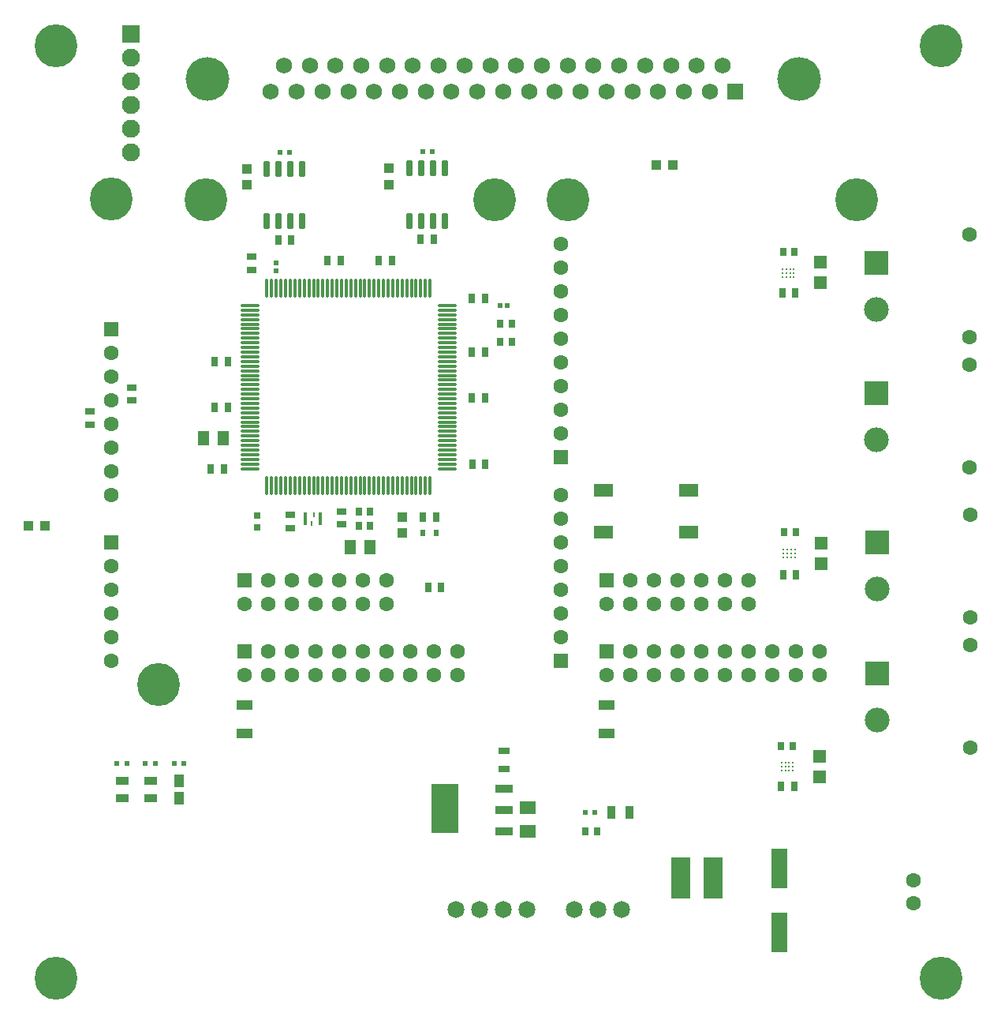
<source format=gts>
G04*
G04 #@! TF.GenerationSoftware,Altium Limited,Altium Designer,20.2.3 (150)*
G04*
G04 Layer_Color=8388736*
%FSLAX25Y25*%
%MOIN*%
G70*
G04*
G04 #@! TF.SameCoordinates,55210B2D-0A46-486D-8559-DE1921E740DA*
G04*
G04*
G04 #@! TF.FilePolarity,Negative*
G04*
G01*
G75*
%ADD17R,0.02387X0.02473*%
%ADD18O,0.01181X0.08268*%
%ADD19R,0.02756X0.02559*%
%ADD20C,0.00837*%
%ADD21R,0.02985X0.03197*%
%ADD22R,0.03071X0.03858*%
G04:AMPARAMS|DCode=23|XSize=25.59mil|YSize=64.96mil|CornerRadius=1.92mil|HoleSize=0mil|Usage=FLASHONLY|Rotation=180.000|XOffset=0mil|YOffset=0mil|HoleType=Round|Shape=RoundedRectangle|*
%AMROUNDEDRECTD23*
21,1,0.02559,0.06112,0,0,180.0*
21,1,0.02175,0.06496,0,0,180.0*
1,1,0.00384,-0.01088,0.03056*
1,1,0.00384,0.01088,0.03056*
1,1,0.00384,0.01088,-0.03056*
1,1,0.00384,-0.01088,-0.03056*
%
%ADD23ROUNDEDRECTD23*%
%ADD24R,0.08268X0.05433*%
%ADD25O,0.08268X0.01181*%
%ADD26R,0.02362X0.03150*%
%ADD27R,0.03985X0.04168*%
%ADD28R,0.03858X0.03071*%
%ADD29R,0.01870X0.01968*%
%ADD30R,0.03543X0.05512*%
%ADD31R,0.05669X0.05512*%
%ADD32R,0.07087X0.04134*%
%ADD33R,0.05512X0.03543*%
%ADD34R,0.04168X0.03985*%
%ADD35R,0.00787X0.01968*%
%ADD36R,0.01575X0.05512*%
%ADD37R,0.03150X0.03543*%
%ADD38R,0.04750X0.05938*%
%ADD39R,0.02473X0.02387*%
%ADD40R,0.07480X0.03543*%
%ADD41R,0.07480X0.12598*%
%ADD42R,0.05118X0.02756*%
%ADD43R,0.07087X0.05512*%
%ADD44R,0.03937X0.05709*%
%ADD45R,0.07874X0.17323*%
%ADD46R,0.07087X0.16535*%
%ADD47R,0.11300X0.20600*%
%ADD48C,0.06890*%
%ADD49C,0.18406*%
%ADD50R,0.06890X0.06890*%
%ADD51C,0.06331*%
%ADD52C,0.10433*%
%ADD53R,0.10433X0.10433*%
%ADD54C,0.18110*%
%ADD55C,0.06299*%
G04:AMPARAMS|DCode=56|XSize=62.99mil|YSize=62.99mil|CornerRadius=4.92mil|HoleSize=0mil|Usage=FLASHONLY|Rotation=0.000|XOffset=0mil|YOffset=0mil|HoleType=Round|Shape=RoundedRectangle|*
%AMROUNDEDRECTD56*
21,1,0.06299,0.05315,0,0,0.0*
21,1,0.05315,0.06299,0,0,0.0*
1,1,0.00984,0.02657,-0.02657*
1,1,0.00984,-0.02657,-0.02657*
1,1,0.00984,-0.02657,0.02657*
1,1,0.00984,0.02657,0.02657*
%
%ADD56ROUNDEDRECTD56*%
%ADD57C,0.06299*%
%ADD58R,0.06299X0.06299*%
%ADD59C,0.07638*%
%ADD60R,0.07638X0.07638*%
%ADD61C,0.18110*%
%ADD62C,0.07185*%
D17*
X124800Y332468D02*
D03*
Y335531D02*
D03*
D18*
X124848Y324965D02*
D03*
X183903Y241500D02*
D03*
X181935D02*
D03*
X120911D02*
D03*
X122880D02*
D03*
X124848D02*
D03*
X126816D02*
D03*
X128785D02*
D03*
X130754D02*
D03*
X132722D02*
D03*
X134690D02*
D03*
X136659D02*
D03*
X138628D02*
D03*
X140596D02*
D03*
X142564D02*
D03*
X144533D02*
D03*
X146502D02*
D03*
X148470D02*
D03*
X150438D02*
D03*
X152407D02*
D03*
X154376D02*
D03*
X156344D02*
D03*
X158313D02*
D03*
X160281D02*
D03*
X162250D02*
D03*
X164218D02*
D03*
X166187D02*
D03*
X168155D02*
D03*
X170124D02*
D03*
X172092D02*
D03*
X174061D02*
D03*
X176029D02*
D03*
X177998D02*
D03*
X179966D02*
D03*
X185872D02*
D03*
X187840D02*
D03*
X189809D02*
D03*
Y324965D02*
D03*
X187840D02*
D03*
X185872D02*
D03*
X183903D02*
D03*
X181935D02*
D03*
X179966D02*
D03*
X177998D02*
D03*
X176029D02*
D03*
X174061D02*
D03*
X172092D02*
D03*
X170124D02*
D03*
X168155D02*
D03*
X166187D02*
D03*
X164218D02*
D03*
X162250D02*
D03*
X160281D02*
D03*
X158313D02*
D03*
X156344D02*
D03*
X154376D02*
D03*
X152407D02*
D03*
X150438D02*
D03*
X148470D02*
D03*
X146502D02*
D03*
X144533D02*
D03*
X142564D02*
D03*
X140596D02*
D03*
X138628D02*
D03*
X136659D02*
D03*
X134690D02*
D03*
X132722D02*
D03*
X130754D02*
D03*
X128785D02*
D03*
X126816D02*
D03*
X122880D02*
D03*
X120911D02*
D03*
D19*
X116800Y223843D02*
D03*
Y229158D02*
D03*
D20*
X339225Y211368D02*
D03*
Y212943D02*
D03*
X343950Y214518D02*
D03*
Y212943D02*
D03*
Y211368D02*
D03*
X342375Y214518D02*
D03*
Y212943D02*
D03*
Y211368D02*
D03*
X340800Y214518D02*
D03*
Y212943D02*
D03*
Y211368D02*
D03*
X339225Y214518D02*
D03*
X338825Y329789D02*
D03*
Y331364D02*
D03*
Y332939D02*
D03*
X340400Y329789D02*
D03*
Y331364D02*
D03*
Y332939D02*
D03*
X341975Y329789D02*
D03*
Y331364D02*
D03*
Y332939D02*
D03*
X343550Y329789D02*
D03*
Y331364D02*
D03*
Y332939D02*
D03*
X338350Y121425D02*
D03*
Y123000D02*
D03*
Y124575D02*
D03*
X339925Y121425D02*
D03*
Y123000D02*
D03*
Y124575D02*
D03*
X341500Y121425D02*
D03*
Y123000D02*
D03*
Y124575D02*
D03*
X343075Y121425D02*
D03*
Y123000D02*
D03*
Y124575D02*
D03*
D21*
X343868Y340364D02*
D03*
X219544Y310100D02*
D03*
X224481D02*
D03*
X224468Y302300D02*
D03*
X344268Y222143D02*
D03*
X339332D02*
D03*
X219532Y302300D02*
D03*
X338932Y340364D02*
D03*
X338032Y131500D02*
D03*
X342968D02*
D03*
D22*
X131112Y345400D02*
D03*
X191412Y345500D02*
D03*
X213000Y320700D02*
D03*
X207488D02*
D03*
X207488Y298000D02*
D03*
X207488Y278500D02*
D03*
X207588Y250800D02*
D03*
X192356Y228400D02*
D03*
X188944Y198600D02*
D03*
X339044Y204143D02*
D03*
X344556D02*
D03*
X344156Y322864D02*
D03*
X338644D02*
D03*
X104344Y274500D02*
D03*
X98832D02*
D03*
X104344Y294000D02*
D03*
X98832D02*
D03*
X194456Y198600D02*
D03*
X146544Y336800D02*
D03*
X152056D02*
D03*
X168100D02*
D03*
X173612D02*
D03*
X213000Y298000D02*
D03*
X213000Y278500D02*
D03*
X213100Y250800D02*
D03*
X102600Y248783D02*
D03*
X97088D02*
D03*
X186844Y228400D02*
D03*
X185900Y345500D02*
D03*
X125600Y345400D02*
D03*
X338244Y114500D02*
D03*
X343756D02*
D03*
D23*
X191156Y353278D02*
D03*
X130856Y353178D02*
D03*
X196156Y375522D02*
D03*
X191156D02*
D03*
X186156D02*
D03*
X181156D02*
D03*
X196156Y353278D02*
D03*
X186156D02*
D03*
X181156D02*
D03*
X120856Y353178D02*
D03*
X125856D02*
D03*
X135856D02*
D03*
X120856Y375422D02*
D03*
X125856D02*
D03*
X130856D02*
D03*
X135856D02*
D03*
D24*
X299000Y222000D02*
D03*
X263173Y222039D02*
D03*
X299000Y239677D02*
D03*
X263173D02*
D03*
D25*
X197092Y317681D02*
D03*
Y297996D02*
D03*
Y278311D02*
D03*
Y252720D02*
D03*
Y248783D02*
D03*
Y250752D02*
D03*
Y254689D02*
D03*
Y256657D02*
D03*
Y258626D02*
D03*
Y260594D02*
D03*
Y262563D02*
D03*
Y264532D02*
D03*
Y266500D02*
D03*
Y268469D02*
D03*
Y270437D02*
D03*
Y272406D02*
D03*
Y274374D02*
D03*
Y276343D02*
D03*
Y280280D02*
D03*
Y282248D02*
D03*
Y284217D02*
D03*
Y286185D02*
D03*
Y288154D02*
D03*
Y290122D02*
D03*
Y292091D02*
D03*
Y294059D02*
D03*
Y296028D02*
D03*
Y299965D02*
D03*
Y301933D02*
D03*
Y303902D02*
D03*
Y305870D02*
D03*
Y307839D02*
D03*
Y309807D02*
D03*
Y311776D02*
D03*
Y313744D02*
D03*
Y315713D02*
D03*
X113628Y317681D02*
D03*
Y315713D02*
D03*
Y313744D02*
D03*
Y311776D02*
D03*
Y309807D02*
D03*
Y307839D02*
D03*
Y305870D02*
D03*
Y303902D02*
D03*
Y301933D02*
D03*
Y299965D02*
D03*
Y297996D02*
D03*
Y296028D02*
D03*
Y294059D02*
D03*
Y292091D02*
D03*
Y290122D02*
D03*
Y288154D02*
D03*
Y286185D02*
D03*
Y284217D02*
D03*
Y282248D02*
D03*
Y280280D02*
D03*
Y278311D02*
D03*
Y276343D02*
D03*
Y274374D02*
D03*
Y272406D02*
D03*
Y270437D02*
D03*
Y268469D02*
D03*
Y266500D02*
D03*
Y264532D02*
D03*
Y262563D02*
D03*
Y260594D02*
D03*
Y258626D02*
D03*
Y256657D02*
D03*
Y254689D02*
D03*
Y252720D02*
D03*
Y250752D02*
D03*
Y248783D02*
D03*
D26*
X186744Y221548D02*
D03*
X192256D02*
D03*
D27*
X177998Y228452D02*
D03*
Y221548D02*
D03*
X172556Y375552D02*
D03*
Y368648D02*
D03*
X112256Y368548D02*
D03*
Y375452D02*
D03*
D28*
X63700Y277544D02*
D03*
Y283056D02*
D03*
X46000Y267444D02*
D03*
Y272956D02*
D03*
X130744Y229256D02*
D03*
X114300Y332744D02*
D03*
Y338256D02*
D03*
X130744Y223744D02*
D03*
X152444Y230756D02*
D03*
Y225244D02*
D03*
D29*
X259575Y103500D02*
D03*
X255539D02*
D03*
X190674Y382500D02*
D03*
X186638D02*
D03*
X85883Y124302D02*
D03*
X81847D02*
D03*
X73618D02*
D03*
X69582D02*
D03*
X61618D02*
D03*
X57582D02*
D03*
X126338Y382400D02*
D03*
X130374D02*
D03*
D30*
X273940Y103500D02*
D03*
X266460D02*
D03*
D31*
X355100Y217274D02*
D03*
Y208612D02*
D03*
X354700Y327263D02*
D03*
Y335924D02*
D03*
X354500Y127331D02*
D03*
Y118669D02*
D03*
D32*
X264500Y137094D02*
D03*
Y148906D02*
D03*
X111500Y148906D02*
D03*
Y137094D02*
D03*
D33*
X59600Y117140D02*
D03*
Y109660D02*
D03*
X71600D02*
D03*
Y117140D02*
D03*
D34*
X292352Y377000D02*
D03*
X285448D02*
D03*
X20248Y224700D02*
D03*
X27152D02*
D03*
D35*
X139850Y225728D02*
D03*
X140638Y229272D02*
D03*
D36*
X137094Y227500D02*
D03*
X143394D02*
D03*
D37*
X164469Y224594D02*
D03*
Y230500D02*
D03*
X159744D02*
D03*
Y224594D02*
D03*
X255539Y95500D02*
D03*
X260461D02*
D03*
D38*
X94107Y261700D02*
D03*
X102381D02*
D03*
X164469Y215700D02*
D03*
X156194D02*
D03*
D39*
X222351Y317500D02*
D03*
X219288D02*
D03*
D40*
X221000Y95500D02*
D03*
Y104555D02*
D03*
Y113610D02*
D03*
D41*
X197772Y104555D02*
D03*
D42*
X221000Y122153D02*
D03*
Y129634D02*
D03*
D43*
X231086Y105736D02*
D03*
Y95500D02*
D03*
D44*
X83865Y109759D02*
D03*
Y116846D02*
D03*
D45*
X295610Y76000D02*
D03*
X309390D02*
D03*
D46*
X337500Y52835D02*
D03*
Y80000D02*
D03*
D47*
X196150Y105300D02*
D03*
D48*
X297066Y407900D02*
D03*
X128031Y419081D02*
D03*
X138936D02*
D03*
X149842D02*
D03*
X160747D02*
D03*
X171653D02*
D03*
X182558D02*
D03*
X193464D02*
D03*
X204369D02*
D03*
X215275D02*
D03*
X226180D02*
D03*
X237086D02*
D03*
X247991D02*
D03*
X258897D02*
D03*
X269802D02*
D03*
X280708D02*
D03*
X291613D02*
D03*
X302519D02*
D03*
X313424D02*
D03*
X122578Y407900D02*
D03*
X133484D02*
D03*
X144389D02*
D03*
X155295D02*
D03*
X166200D02*
D03*
X177105D02*
D03*
X188011D02*
D03*
X198916D02*
D03*
X209822D02*
D03*
X220728D02*
D03*
X231633D02*
D03*
X242539D02*
D03*
X253444D02*
D03*
X264350D02*
D03*
X275255D02*
D03*
X286161D02*
D03*
X307972D02*
D03*
D49*
X95728Y413490D02*
D03*
X345728D02*
D03*
D50*
X318877Y407900D02*
D03*
D51*
X418000Y229425D02*
D03*
Y186118D02*
D03*
Y174307D02*
D03*
Y131000D02*
D03*
X417900Y304328D02*
D03*
Y347635D02*
D03*
Y249210D02*
D03*
Y292517D02*
D03*
D52*
X378630Y197929D02*
D03*
Y142811D02*
D03*
X378530Y316139D02*
D03*
Y261021D02*
D03*
D53*
X378630Y217614D02*
D03*
Y162496D02*
D03*
X378530Y335824D02*
D03*
Y280706D02*
D03*
D54*
X370012Y362287D02*
D03*
X247965D02*
D03*
X217012D02*
D03*
X94965D02*
D03*
X55200Y362500D02*
D03*
X75200Y157500D02*
D03*
X31784Y427386D02*
D03*
D55*
X324500Y191500D02*
D03*
Y201500D02*
D03*
X314500Y191500D02*
D03*
Y201500D02*
D03*
X304500Y191500D02*
D03*
Y201500D02*
D03*
X294500Y191500D02*
D03*
Y201500D02*
D03*
X284500Y191500D02*
D03*
Y201500D02*
D03*
X274500Y191500D02*
D03*
Y201500D02*
D03*
X264500Y191500D02*
D03*
Y161500D02*
D03*
X274500Y171500D02*
D03*
Y161500D02*
D03*
X284500Y171500D02*
D03*
Y161500D02*
D03*
X294500Y171500D02*
D03*
Y161500D02*
D03*
X304500Y171500D02*
D03*
Y161500D02*
D03*
X314500Y171500D02*
D03*
Y161500D02*
D03*
X324500Y171500D02*
D03*
Y161500D02*
D03*
X334500Y171500D02*
D03*
Y161500D02*
D03*
X344500Y171500D02*
D03*
Y161500D02*
D03*
X354500Y171500D02*
D03*
Y161500D02*
D03*
X201500D02*
D03*
Y171500D02*
D03*
X191500Y161500D02*
D03*
Y171500D02*
D03*
X181500Y161500D02*
D03*
Y171500D02*
D03*
X171500Y161500D02*
D03*
Y171500D02*
D03*
X161500Y161500D02*
D03*
Y171500D02*
D03*
X151500Y161500D02*
D03*
Y171500D02*
D03*
X141500Y161500D02*
D03*
Y171500D02*
D03*
X131500Y161500D02*
D03*
Y171500D02*
D03*
X121500Y161500D02*
D03*
Y171500D02*
D03*
X111500Y161500D02*
D03*
Y191500D02*
D03*
X121500Y201500D02*
D03*
Y191500D02*
D03*
X131500Y201500D02*
D03*
Y191500D02*
D03*
X141500Y201500D02*
D03*
Y191500D02*
D03*
X151500Y201500D02*
D03*
Y191500D02*
D03*
X161500Y201500D02*
D03*
Y191500D02*
D03*
X171500Y201500D02*
D03*
Y191500D02*
D03*
X394200Y75143D02*
D03*
Y65300D02*
D03*
D56*
X264500Y201500D02*
D03*
Y171500D02*
D03*
X111500D02*
D03*
Y201500D02*
D03*
D57*
X245200Y273500D02*
D03*
Y343500D02*
D03*
Y333500D02*
D03*
Y323500D02*
D03*
Y313500D02*
D03*
Y303500D02*
D03*
Y293500D02*
D03*
Y283500D02*
D03*
Y263500D02*
D03*
Y177500D02*
D03*
Y187500D02*
D03*
Y197500D02*
D03*
Y207500D02*
D03*
Y217500D02*
D03*
Y227500D02*
D03*
Y237500D02*
D03*
X55200Y297500D02*
D03*
Y287500D02*
D03*
Y277500D02*
D03*
Y267500D02*
D03*
Y257500D02*
D03*
Y247500D02*
D03*
Y237500D02*
D03*
Y167500D02*
D03*
Y177500D02*
D03*
Y187500D02*
D03*
Y197500D02*
D03*
Y207500D02*
D03*
D58*
X245200Y253500D02*
D03*
Y167500D02*
D03*
X55200Y307500D02*
D03*
Y217500D02*
D03*
D59*
X63500Y382300D02*
D03*
Y392300D02*
D03*
Y402300D02*
D03*
Y412300D02*
D03*
Y422300D02*
D03*
D60*
Y432300D02*
D03*
D61*
X31785Y33685D02*
D03*
X405915D02*
D03*
X405913Y427386D02*
D03*
D62*
X200700Y62700D02*
D03*
X210700D02*
D03*
X220700D02*
D03*
X230700D02*
D03*
X250700D02*
D03*
X260700D02*
D03*
X270700D02*
D03*
M02*

</source>
